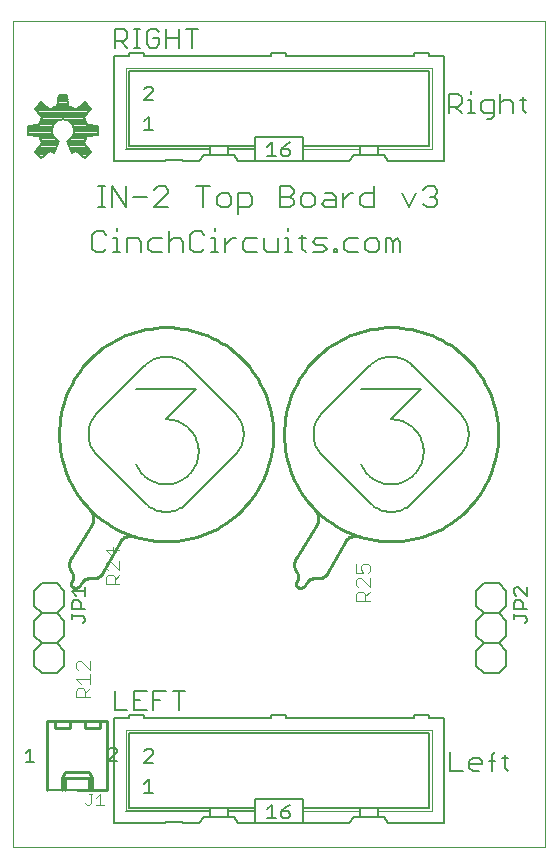
<source format=gto>
G75*
G70*
%OFA0B0*%
%FSLAX24Y24*%
%IPPOS*%
%LPD*%
%AMOC8*
5,1,8,0,0,1.08239X$1,22.5*
%
%ADD10C,0.0000*%
%ADD11C,0.0079*%
%ADD12C,0.0060*%
%ADD13C,0.0050*%
%ADD14C,0.0100*%
%ADD15C,0.0020*%
%ADD16C,0.0070*%
%ADD17C,0.0040*%
D10*
X000192Y000100D02*
X000192Y027659D01*
X017908Y027659D01*
X017908Y000100D01*
X000192Y000100D01*
D11*
X001118Y023067D02*
X000915Y023270D01*
X001157Y023567D01*
X001113Y023646D01*
X001079Y023729D01*
X001054Y023815D01*
X000673Y023854D01*
X000673Y024142D01*
X001054Y024180D01*
X001079Y024266D01*
X001113Y024349D01*
X001157Y024428D01*
X000915Y024725D01*
X001118Y024928D01*
X001415Y024686D01*
X001494Y024730D01*
X001576Y024764D01*
X001663Y024789D01*
X001701Y025170D01*
X001989Y025170D01*
X002028Y024789D01*
X002114Y024764D01*
X002197Y024730D01*
X002276Y024686D01*
X002572Y024928D01*
X002776Y024725D01*
X002534Y024428D01*
X002577Y024349D01*
X002611Y024266D01*
X002636Y024180D01*
X003018Y024142D01*
X003018Y023854D01*
X002636Y023815D01*
X002611Y023729D01*
X002577Y023646D01*
X002534Y023567D01*
X002776Y023270D01*
X002572Y023067D01*
X002276Y023309D01*
X002217Y023276D01*
X002156Y023247D01*
X001987Y023657D01*
X002050Y023691D01*
X002106Y023737D01*
X002152Y023793D01*
X002186Y023856D01*
X002207Y023926D01*
X002214Y023998D01*
X002207Y024070D01*
X002186Y024139D01*
X002152Y024203D01*
X002106Y024259D01*
X002050Y024305D01*
X001987Y024339D01*
X001917Y024360D01*
X001845Y024367D01*
X001773Y024360D01*
X001704Y024339D01*
X001640Y024305D01*
X001584Y024259D01*
X001538Y024203D01*
X001504Y024139D01*
X001483Y024070D01*
X001476Y023998D01*
X001483Y023926D01*
X001504Y023856D01*
X001538Y023793D01*
X001584Y023737D01*
X001640Y023691D01*
X001704Y023657D01*
X001535Y023247D01*
X001473Y023276D01*
X001415Y023309D01*
X001118Y023067D01*
X001067Y023118D02*
X001180Y023118D01*
X001275Y023195D02*
X000990Y023195D01*
X000916Y023272D02*
X001370Y023272D01*
X001481Y023272D02*
X001545Y023272D01*
X001577Y023349D02*
X000979Y023349D01*
X001042Y023427D02*
X001609Y023427D01*
X001641Y023504D02*
X001105Y023504D01*
X001149Y023581D02*
X001673Y023581D01*
X001701Y023658D02*
X001108Y023658D01*
X001077Y023736D02*
X001586Y023736D01*
X001528Y023813D02*
X001055Y023813D01*
X001060Y024199D02*
X001536Y024199D01*
X001499Y024122D02*
X000673Y024122D01*
X000673Y024045D02*
X001481Y024045D01*
X001479Y023967D02*
X000673Y023967D01*
X000673Y023890D02*
X001494Y023890D01*
X001606Y024276D02*
X001083Y024276D01*
X001116Y024353D02*
X001753Y024353D01*
X001938Y024353D02*
X002575Y024353D01*
X002607Y024276D02*
X002085Y024276D01*
X002154Y024199D02*
X002631Y024199D01*
X002536Y024431D02*
X001154Y024431D01*
X001091Y024508D02*
X002599Y024508D01*
X002662Y024585D02*
X001028Y024585D01*
X000965Y024662D02*
X002725Y024662D01*
X002761Y024740D02*
X002341Y024740D01*
X002436Y024817D02*
X002684Y024817D01*
X002607Y024894D02*
X002531Y024894D01*
X002172Y024740D02*
X001518Y024740D01*
X001665Y024817D02*
X002025Y024817D01*
X002017Y024894D02*
X001673Y024894D01*
X001681Y024971D02*
X002009Y024971D01*
X002002Y025049D02*
X001689Y025049D01*
X001697Y025126D02*
X001994Y025126D01*
X001349Y024740D02*
X000929Y024740D01*
X001007Y024817D02*
X001255Y024817D01*
X001160Y024894D02*
X001084Y024894D01*
X001990Y023658D02*
X002582Y023658D01*
X002613Y023736D02*
X002105Y023736D01*
X002163Y023813D02*
X002636Y023813D01*
X002541Y023581D02*
X002018Y023581D01*
X002050Y023504D02*
X002586Y023504D01*
X002649Y023427D02*
X002082Y023427D01*
X002114Y023349D02*
X002712Y023349D01*
X002775Y023272D02*
X002321Y023272D01*
X002209Y023272D02*
X002146Y023272D01*
X002416Y023195D02*
X002700Y023195D01*
X002623Y023118D02*
X002510Y023118D01*
X002196Y023890D02*
X003018Y023890D01*
X003018Y023967D02*
X002211Y023967D01*
X002210Y024045D02*
X003018Y024045D01*
X003018Y024122D02*
X002191Y024122D01*
D12*
X003017Y022130D02*
X003251Y022130D01*
X003134Y022130D02*
X003134Y021429D01*
X003017Y021429D02*
X003251Y021429D01*
X003484Y021429D02*
X003484Y022130D01*
X003951Y021429D01*
X003951Y022130D01*
X004183Y021780D02*
X004650Y021780D01*
X004883Y022013D02*
X005000Y022130D01*
X005233Y022130D01*
X005350Y022013D01*
X005350Y021896D01*
X004883Y021429D01*
X005350Y021429D01*
X005386Y020634D02*
X005386Y019933D01*
X005153Y019933D02*
X004803Y019933D01*
X004686Y020050D01*
X004686Y020283D01*
X004803Y020400D01*
X005153Y020400D01*
X005386Y020283D02*
X005503Y020400D01*
X005736Y020400D01*
X005853Y020283D01*
X005853Y019933D01*
X006086Y020050D02*
X006203Y019933D01*
X006436Y019933D01*
X006553Y020050D01*
X006786Y019933D02*
X007019Y019933D01*
X006902Y019933D02*
X006902Y020400D01*
X006786Y020400D01*
X006553Y020517D02*
X006436Y020634D01*
X006203Y020634D01*
X006086Y020517D01*
X006086Y020050D01*
X006902Y020634D02*
X006902Y020751D01*
X007252Y020400D02*
X007252Y019933D01*
X007252Y020167D02*
X007486Y020400D01*
X007603Y020400D01*
X007835Y020283D02*
X007835Y020050D01*
X007952Y019933D01*
X008302Y019933D01*
X008535Y020050D02*
X008652Y019933D01*
X009002Y019933D01*
X009002Y020400D01*
X009235Y020400D02*
X009352Y020400D01*
X009352Y019933D01*
X009468Y019933D02*
X009235Y019933D01*
X009818Y020050D02*
X009935Y019933D01*
X009818Y020050D02*
X009818Y020517D01*
X009701Y020400D02*
X009935Y020400D01*
X010168Y020283D02*
X010285Y020400D01*
X010635Y020400D01*
X010518Y020167D02*
X010285Y020167D01*
X010168Y020283D01*
X010168Y019933D02*
X010518Y019933D01*
X010635Y020050D01*
X010518Y020167D01*
X010868Y020050D02*
X010868Y019933D01*
X010985Y019933D01*
X010985Y020050D01*
X010868Y020050D01*
X011218Y020050D02*
X011334Y019933D01*
X011685Y019933D01*
X011918Y020050D02*
X011918Y020283D01*
X012034Y020400D01*
X012268Y020400D01*
X012385Y020283D01*
X012385Y020050D01*
X012268Y019933D01*
X012034Y019933D01*
X011918Y020050D01*
X011685Y020400D02*
X011334Y020400D01*
X011218Y020283D01*
X011218Y020050D01*
X011181Y021429D02*
X011181Y021896D01*
X011181Y021663D02*
X011415Y021896D01*
X011532Y021896D01*
X011764Y021780D02*
X011764Y021546D01*
X011881Y021429D01*
X012232Y021429D01*
X012232Y022130D01*
X012232Y021896D02*
X011881Y021896D01*
X011764Y021780D01*
X010949Y021780D02*
X010949Y021429D01*
X010598Y021429D01*
X010482Y021546D01*
X010598Y021663D01*
X010949Y021663D01*
X010949Y021780D02*
X010832Y021896D01*
X010598Y021896D01*
X010249Y021780D02*
X010249Y021546D01*
X010132Y021429D01*
X009898Y021429D01*
X009782Y021546D01*
X009782Y021780D01*
X009898Y021896D01*
X010132Y021896D01*
X010249Y021780D01*
X009549Y021896D02*
X009432Y021780D01*
X009082Y021780D01*
X009082Y022130D02*
X009082Y021429D01*
X009432Y021429D01*
X009549Y021546D01*
X009549Y021663D01*
X009432Y021780D01*
X009549Y021896D02*
X009549Y022013D01*
X009432Y022130D01*
X009082Y022130D01*
X008149Y021780D02*
X008149Y021546D01*
X008033Y021429D01*
X007682Y021429D01*
X007682Y021196D02*
X007682Y021896D01*
X008033Y021896D01*
X008149Y021780D01*
X007450Y021780D02*
X007450Y021546D01*
X007333Y021429D01*
X007099Y021429D01*
X006983Y021546D01*
X006983Y021780D01*
X007099Y021896D01*
X007333Y021896D01*
X007450Y021780D01*
X006750Y022130D02*
X006283Y022130D01*
X006516Y022130D02*
X006516Y021429D01*
X007835Y020283D02*
X007952Y020400D01*
X008302Y020400D01*
X008535Y020400D02*
X008535Y020050D01*
X009352Y020634D02*
X009352Y020751D01*
X012617Y020400D02*
X012617Y019933D01*
X012851Y019933D02*
X012851Y020283D01*
X012968Y020400D01*
X013084Y020283D01*
X013084Y019933D01*
X012851Y020283D02*
X012734Y020400D01*
X012617Y020400D01*
X013398Y021429D02*
X013164Y021896D01*
X013631Y021896D02*
X013398Y021429D01*
X013864Y021546D02*
X013981Y021429D01*
X014214Y021429D01*
X014331Y021546D01*
X014331Y021663D01*
X014214Y021780D01*
X014097Y021780D01*
X014214Y021780D02*
X014331Y021896D01*
X014331Y022013D01*
X014214Y022130D01*
X013981Y022130D01*
X013864Y022013D01*
X014710Y024579D02*
X014710Y025219D01*
X015030Y025219D01*
X015137Y025113D01*
X015137Y024899D01*
X015030Y024792D01*
X014710Y024792D01*
X014923Y024792D02*
X015137Y024579D01*
X015354Y024579D02*
X015568Y024579D01*
X015461Y024579D02*
X015461Y025006D01*
X015354Y025006D01*
X015461Y025219D02*
X015461Y025326D01*
X015784Y024899D02*
X015784Y024686D01*
X015891Y024579D01*
X016211Y024579D01*
X016211Y024472D02*
X016211Y025006D01*
X015891Y025006D01*
X015784Y024899D01*
X015998Y024365D02*
X016104Y024365D01*
X016211Y024472D01*
X016429Y024579D02*
X016429Y025219D01*
X016535Y025006D02*
X016429Y024899D01*
X016535Y025006D02*
X016749Y025006D01*
X016856Y024899D01*
X016856Y024579D01*
X017180Y024686D02*
X017180Y025113D01*
X017073Y025006D02*
X017287Y025006D01*
X017180Y024686D02*
X017287Y024579D01*
X016375Y008899D02*
X015875Y008899D01*
X015625Y008649D01*
X015625Y008149D01*
X015875Y007899D01*
X015625Y007649D01*
X015625Y007149D01*
X015875Y006899D01*
X015625Y006649D01*
X015625Y006149D01*
X015875Y005899D01*
X016375Y005899D01*
X016625Y006149D01*
X016625Y006649D01*
X016375Y006899D01*
X015875Y006899D01*
X016375Y006899D02*
X016625Y007149D01*
X016625Y007649D01*
X016375Y007899D01*
X015875Y007899D01*
X016375Y007899D02*
X016625Y008149D01*
X016625Y008649D01*
X016375Y008899D01*
X016252Y003290D02*
X016145Y003183D01*
X016145Y002650D01*
X016038Y002970D02*
X016252Y002970D01*
X016468Y003077D02*
X016682Y003077D01*
X016575Y003183D02*
X016575Y002756D01*
X016682Y002650D01*
X015821Y002863D02*
X015394Y002863D01*
X015394Y002756D02*
X015394Y002970D01*
X015501Y003077D01*
X015714Y003077D01*
X015821Y002970D01*
X015821Y002863D01*
X015714Y002650D02*
X015501Y002650D01*
X015394Y002756D01*
X015176Y002650D02*
X014749Y002650D01*
X014749Y003290D01*
X004454Y019933D02*
X004454Y020283D01*
X004337Y020400D01*
X003986Y020400D01*
X003986Y019933D01*
X003753Y019933D02*
X003520Y019933D01*
X003637Y019933D02*
X003637Y020400D01*
X003520Y020400D01*
X003287Y020517D02*
X003170Y020634D01*
X002937Y020634D01*
X002820Y020517D01*
X002820Y020050D01*
X002937Y019933D01*
X003170Y019933D01*
X003287Y020050D01*
X003637Y020634D02*
X003637Y020751D01*
X001639Y008899D02*
X001139Y008899D01*
X000889Y008649D01*
X000889Y008149D01*
X001139Y007899D01*
X000889Y007649D01*
X000889Y007149D01*
X001139Y006899D01*
X000889Y006649D01*
X000889Y006149D01*
X001139Y005899D01*
X001639Y005899D01*
X001889Y006149D01*
X001889Y006649D01*
X001639Y006899D01*
X001139Y006899D01*
X001639Y006899D02*
X001889Y007149D01*
X001889Y007649D01*
X001639Y007899D01*
X001139Y007899D01*
X001639Y007899D02*
X001889Y008149D01*
X001889Y008649D01*
X001639Y008899D01*
D13*
X002133Y008644D02*
X002584Y008644D01*
X002584Y008494D02*
X002584Y008794D01*
X002283Y008494D02*
X002133Y008644D01*
X002208Y008334D02*
X002358Y008334D01*
X002433Y008259D01*
X002433Y008033D01*
X002584Y008033D02*
X002133Y008033D01*
X002133Y008259D01*
X002208Y008334D01*
X002133Y007873D02*
X002133Y007723D01*
X002133Y007798D02*
X002509Y007798D01*
X002584Y007723D01*
X002584Y007648D01*
X002509Y007573D01*
X004034Y004501D02*
X004034Y004401D01*
X003534Y004401D01*
X003534Y000901D01*
X005234Y000901D01*
X005234Y000951D01*
X005834Y000951D01*
X005834Y000901D01*
X006384Y000901D01*
X006534Y001101D01*
X006734Y001101D01*
X007334Y001101D01*
X007534Y001101D01*
X007684Y000901D01*
X008234Y000901D01*
X008234Y001301D01*
X007334Y001301D01*
X007334Y001401D01*
X006734Y001401D01*
X004034Y001401D01*
X004034Y003901D01*
X014034Y003901D01*
X014034Y001401D01*
X012334Y001401D01*
X011734Y001401D01*
X009834Y001401D01*
X009834Y001301D01*
X009834Y000901D01*
X008234Y000901D01*
X008234Y001301D02*
X008234Y001401D01*
X007334Y001401D01*
X007334Y001301D02*
X007334Y001101D01*
X006734Y001101D02*
X006734Y001301D01*
X006734Y001401D01*
X006734Y001301D02*
X003934Y001301D01*
X004559Y001926D02*
X004860Y001926D01*
X004709Y001926D02*
X004709Y002377D01*
X004559Y002226D01*
X004559Y002926D02*
X004860Y003226D01*
X004860Y003302D01*
X004784Y003377D01*
X004634Y003377D01*
X004559Y003302D01*
X004559Y002926D02*
X004860Y002926D01*
X004534Y004401D02*
X008784Y004401D01*
X008784Y004501D01*
X009284Y004501D01*
X009284Y004401D01*
X013534Y004401D01*
X013534Y004501D01*
X014034Y004501D01*
X014034Y004401D01*
X014534Y004401D01*
X014534Y000901D01*
X012684Y000901D01*
X012534Y001101D01*
X012334Y001101D01*
X011734Y001101D01*
X011534Y001101D01*
X011384Y000901D01*
X009834Y000901D01*
X009420Y001151D02*
X009345Y001076D01*
X009195Y001076D01*
X009120Y001151D01*
X009120Y001301D01*
X009345Y001301D01*
X009420Y001226D01*
X009420Y001151D01*
X009120Y001301D02*
X009270Y001452D01*
X009420Y001527D01*
X009834Y001401D02*
X009834Y001701D01*
X008234Y001701D01*
X008234Y001401D01*
X008659Y001376D02*
X008809Y001527D01*
X008809Y001076D01*
X008659Y001076D02*
X008960Y001076D01*
X011734Y001101D02*
X011734Y001301D01*
X011734Y001401D01*
X012334Y001401D02*
X012334Y001301D01*
X012334Y001101D01*
X016869Y007723D02*
X016869Y007873D01*
X016869Y007798D02*
X017245Y007798D01*
X017320Y007723D01*
X017320Y007648D01*
X017245Y007573D01*
X017320Y008033D02*
X016869Y008033D01*
X016869Y008259D01*
X016944Y008334D01*
X017095Y008334D01*
X017170Y008259D01*
X017170Y008033D01*
X017320Y008494D02*
X017020Y008794D01*
X016944Y008794D01*
X016869Y008719D01*
X016869Y008569D01*
X016944Y008494D01*
X017320Y008494D02*
X017320Y008794D01*
X013493Y011575D02*
X015079Y013161D01*
X015121Y013205D01*
X015159Y013251D01*
X015195Y013300D01*
X015228Y013351D01*
X015257Y013403D01*
X015284Y013458D01*
X015307Y013513D01*
X015327Y013570D01*
X015343Y013629D01*
X015356Y013688D01*
X015365Y013747D01*
X015370Y013808D01*
X015372Y013868D01*
X015370Y013928D01*
X015365Y013989D01*
X015356Y014048D01*
X015343Y014107D01*
X015327Y014166D01*
X015307Y014223D01*
X015284Y014278D01*
X015257Y014333D01*
X015228Y014385D01*
X015195Y014436D01*
X015159Y014485D01*
X015121Y014531D01*
X015079Y014575D01*
X013493Y016161D01*
X013786Y015368D02*
X012786Y014368D01*
X012786Y014367D02*
X012851Y014365D01*
X012916Y014359D01*
X012980Y014350D01*
X013043Y014336D01*
X013106Y014319D01*
X013167Y014298D01*
X013227Y014273D01*
X013286Y014245D01*
X013343Y014213D01*
X013397Y014178D01*
X013450Y014140D01*
X013500Y014098D01*
X013547Y014054D01*
X013592Y014007D01*
X013634Y013958D01*
X013673Y013906D01*
X013709Y013851D01*
X013741Y013795D01*
X013770Y013737D01*
X013795Y013677D01*
X013817Y013616D01*
X013835Y013554D01*
X013849Y013490D01*
X013860Y013426D01*
X013866Y013362D01*
X013869Y013297D01*
X013868Y013232D01*
X013863Y013167D01*
X013854Y013103D01*
X013841Y013039D01*
X013824Y012976D01*
X013804Y012915D01*
X013780Y012854D01*
X013753Y012795D01*
X013721Y012738D01*
X013687Y012683D01*
X013649Y012630D01*
X013609Y012580D01*
X013565Y012532D01*
X013519Y012486D01*
X013469Y012444D01*
X013418Y012404D01*
X013364Y012368D01*
X013308Y012335D01*
X013250Y012306D01*
X013191Y012280D01*
X013130Y012257D01*
X013068Y012238D01*
X013005Y012223D01*
X012941Y012212D01*
X012876Y012205D01*
X012811Y012201D01*
X012746Y012202D01*
X012682Y012206D01*
X012617Y012214D01*
X012553Y012226D01*
X012490Y012242D01*
X012428Y012262D01*
X012368Y012285D01*
X012309Y012312D01*
X012251Y012342D01*
X012196Y012376D01*
X012142Y012413D01*
X012091Y012453D01*
X012043Y012496D01*
X011997Y012542D01*
X011954Y012591D01*
X011914Y012642D01*
X011877Y012695D01*
X011843Y012751D01*
X011813Y012808D01*
X011786Y012867D01*
X010493Y013161D02*
X010451Y013205D01*
X010413Y013251D01*
X010377Y013300D01*
X010344Y013351D01*
X010315Y013403D01*
X010288Y013458D01*
X010265Y013513D01*
X010245Y013570D01*
X010229Y013629D01*
X010216Y013688D01*
X010207Y013747D01*
X010202Y013808D01*
X010200Y013868D01*
X010202Y013928D01*
X010207Y013989D01*
X010216Y014048D01*
X010229Y014107D01*
X010245Y014166D01*
X010265Y014223D01*
X010288Y014278D01*
X010315Y014333D01*
X010344Y014385D01*
X010377Y014436D01*
X010413Y014485D01*
X010451Y014531D01*
X010493Y014575D01*
X012079Y016161D01*
X011786Y015368D02*
X013786Y015368D01*
X013493Y016160D02*
X013449Y016202D01*
X013403Y016240D01*
X013354Y016276D01*
X013303Y016309D01*
X013251Y016338D01*
X013196Y016365D01*
X013141Y016388D01*
X013084Y016408D01*
X013025Y016424D01*
X012966Y016437D01*
X012907Y016446D01*
X012846Y016451D01*
X012786Y016453D01*
X012726Y016451D01*
X012665Y016446D01*
X012606Y016437D01*
X012547Y016424D01*
X012488Y016408D01*
X012431Y016388D01*
X012376Y016365D01*
X012321Y016338D01*
X012269Y016309D01*
X012218Y016276D01*
X012169Y016240D01*
X012123Y016202D01*
X012079Y016160D01*
X010493Y013161D02*
X012079Y011575D01*
X012123Y011533D01*
X012169Y011495D01*
X012218Y011459D01*
X012269Y011426D01*
X012321Y011397D01*
X012376Y011370D01*
X012431Y011347D01*
X012488Y011327D01*
X012547Y011311D01*
X012606Y011298D01*
X012665Y011289D01*
X012726Y011284D01*
X012786Y011282D01*
X012846Y011284D01*
X012907Y011289D01*
X012966Y011298D01*
X013025Y011311D01*
X013084Y011327D01*
X013141Y011347D01*
X013196Y011370D01*
X013251Y011397D01*
X013303Y011426D01*
X013354Y011459D01*
X013403Y011495D01*
X013449Y011533D01*
X013493Y011575D01*
X007579Y013161D02*
X005993Y011575D01*
X005949Y011533D01*
X005903Y011495D01*
X005854Y011459D01*
X005803Y011426D01*
X005751Y011397D01*
X005696Y011370D01*
X005641Y011347D01*
X005584Y011327D01*
X005525Y011311D01*
X005466Y011298D01*
X005407Y011289D01*
X005346Y011284D01*
X005286Y011282D01*
X005226Y011284D01*
X005165Y011289D01*
X005106Y011298D01*
X005047Y011311D01*
X004988Y011327D01*
X004931Y011347D01*
X004876Y011370D01*
X004821Y011397D01*
X004769Y011426D01*
X004718Y011459D01*
X004669Y011495D01*
X004623Y011533D01*
X004579Y011575D01*
X002993Y013161D01*
X002951Y013205D01*
X002913Y013251D01*
X002877Y013300D01*
X002844Y013351D01*
X002815Y013403D01*
X002788Y013458D01*
X002765Y013513D01*
X002745Y013570D01*
X002729Y013629D01*
X002716Y013688D01*
X002707Y013747D01*
X002702Y013808D01*
X002700Y013868D01*
X002702Y013928D01*
X002707Y013989D01*
X002716Y014048D01*
X002729Y014107D01*
X002745Y014166D01*
X002765Y014223D01*
X002788Y014278D01*
X002815Y014333D01*
X002844Y014385D01*
X002877Y014436D01*
X002913Y014485D01*
X002951Y014531D01*
X002993Y014575D01*
X004579Y016161D01*
X004286Y015368D02*
X006286Y015368D01*
X005286Y014368D01*
X005286Y014367D02*
X005351Y014365D01*
X005416Y014359D01*
X005480Y014350D01*
X005543Y014336D01*
X005606Y014319D01*
X005667Y014298D01*
X005727Y014273D01*
X005786Y014245D01*
X005843Y014213D01*
X005897Y014178D01*
X005950Y014140D01*
X006000Y014098D01*
X006047Y014054D01*
X006092Y014007D01*
X006134Y013958D01*
X006173Y013906D01*
X006209Y013851D01*
X006241Y013795D01*
X006270Y013737D01*
X006295Y013677D01*
X006317Y013616D01*
X006335Y013554D01*
X006349Y013490D01*
X006360Y013426D01*
X006366Y013362D01*
X006369Y013297D01*
X006368Y013232D01*
X006363Y013167D01*
X006354Y013103D01*
X006341Y013039D01*
X006324Y012976D01*
X006304Y012915D01*
X006280Y012854D01*
X006253Y012795D01*
X006221Y012738D01*
X006187Y012683D01*
X006149Y012630D01*
X006109Y012580D01*
X006065Y012532D01*
X006019Y012486D01*
X005969Y012444D01*
X005918Y012404D01*
X005864Y012368D01*
X005808Y012335D01*
X005750Y012306D01*
X005691Y012280D01*
X005630Y012257D01*
X005568Y012238D01*
X005505Y012223D01*
X005441Y012212D01*
X005376Y012205D01*
X005311Y012201D01*
X005246Y012202D01*
X005182Y012206D01*
X005117Y012214D01*
X005053Y012226D01*
X004990Y012242D01*
X004928Y012262D01*
X004868Y012285D01*
X004809Y012312D01*
X004751Y012342D01*
X004696Y012376D01*
X004642Y012413D01*
X004591Y012453D01*
X004543Y012496D01*
X004497Y012542D01*
X004454Y012591D01*
X004414Y012642D01*
X004377Y012695D01*
X004343Y012751D01*
X004313Y012808D01*
X004286Y012867D01*
X004579Y016160D02*
X004623Y016202D01*
X004669Y016240D01*
X004718Y016276D01*
X004769Y016309D01*
X004821Y016338D01*
X004876Y016365D01*
X004931Y016388D01*
X004988Y016408D01*
X005047Y016424D01*
X005106Y016437D01*
X005165Y016446D01*
X005226Y016451D01*
X005286Y016453D01*
X005346Y016451D01*
X005407Y016446D01*
X005466Y016437D01*
X005525Y016424D01*
X005584Y016408D01*
X005641Y016388D01*
X005696Y016365D01*
X005751Y016338D01*
X005803Y016309D01*
X005854Y016276D01*
X005903Y016240D01*
X005949Y016202D01*
X005993Y016160D01*
X005993Y016161D02*
X007579Y014575D01*
X007621Y014531D01*
X007659Y014485D01*
X007695Y014436D01*
X007728Y014385D01*
X007757Y014333D01*
X007784Y014278D01*
X007807Y014223D01*
X007827Y014166D01*
X007843Y014107D01*
X007856Y014048D01*
X007865Y013989D01*
X007870Y013928D01*
X007872Y013868D01*
X007870Y013808D01*
X007865Y013747D01*
X007856Y013688D01*
X007843Y013629D01*
X007827Y013570D01*
X007807Y013513D01*
X007784Y013458D01*
X007757Y013403D01*
X007728Y013351D01*
X007695Y013300D01*
X007659Y013251D01*
X007621Y013205D01*
X007579Y013161D01*
X004534Y004501D02*
X004034Y004501D01*
X004534Y004501D02*
X004534Y004401D01*
X003218Y004321D02*
X003068Y004321D01*
X002318Y004321D02*
X002068Y004321D01*
X001568Y004321D02*
X001318Y004321D01*
X001318Y002021D02*
X002318Y002021D01*
X002718Y002021D02*
X002818Y002021D01*
X002818Y002171D01*
X003534Y022972D02*
X005234Y022972D01*
X005234Y023022D01*
X005834Y023022D01*
X005834Y022972D01*
X006384Y022972D01*
X006534Y023172D01*
X006734Y023172D01*
X007334Y023172D01*
X007534Y023172D01*
X007684Y022972D01*
X008234Y022972D01*
X008234Y023372D01*
X007334Y023372D01*
X007334Y023472D01*
X006734Y023472D01*
X004034Y023472D01*
X004034Y025972D01*
X014034Y025972D01*
X014034Y023472D01*
X012334Y023472D01*
X011734Y023472D01*
X009834Y023472D01*
X009834Y023372D01*
X009834Y022972D01*
X008234Y022972D01*
X008234Y023372D02*
X008234Y023472D01*
X007334Y023472D01*
X007334Y023372D02*
X007334Y023172D01*
X006734Y023172D02*
X006734Y023372D01*
X006734Y023472D01*
X006734Y023372D02*
X003934Y023372D01*
X003534Y022972D02*
X003534Y026472D01*
X004034Y026472D01*
X004034Y026572D01*
X004534Y026572D01*
X004534Y026472D01*
X008784Y026472D01*
X008784Y026572D01*
X009284Y026572D01*
X009284Y026472D01*
X013534Y026472D01*
X013534Y026572D01*
X014034Y026572D01*
X014034Y026472D01*
X014534Y026472D01*
X014534Y022972D01*
X012684Y022972D01*
X012534Y023172D01*
X012334Y023172D01*
X011734Y023172D01*
X011534Y023172D01*
X011384Y022972D01*
X009834Y022972D01*
X009420Y023222D02*
X009420Y023297D01*
X009345Y023372D01*
X009120Y023372D01*
X009120Y023222D01*
X009195Y023147D01*
X009345Y023147D01*
X009420Y023222D01*
X009270Y023522D02*
X009120Y023372D01*
X009270Y023522D02*
X009420Y023597D01*
X009834Y023472D02*
X009834Y023772D01*
X008234Y023772D01*
X008234Y023472D01*
X008659Y023447D02*
X008809Y023597D01*
X008809Y023147D01*
X008659Y023147D02*
X008960Y023147D01*
X011734Y023172D02*
X011734Y023372D01*
X011734Y023472D01*
X012334Y023472D02*
X012334Y023372D01*
X012334Y023172D01*
X004860Y023997D02*
X004559Y023997D01*
X004709Y023997D02*
X004709Y024447D01*
X004559Y024297D01*
X004559Y024997D02*
X004860Y025297D01*
X004860Y025372D01*
X004784Y025447D01*
X004634Y025447D01*
X004559Y025372D01*
X004559Y024997D02*
X004860Y024997D01*
D14*
X001721Y013868D02*
X001725Y014043D01*
X001738Y014217D01*
X001760Y014391D01*
X001790Y014563D01*
X001828Y014734D01*
X001875Y014903D01*
X001929Y015069D01*
X001992Y015232D01*
X002063Y015392D01*
X002142Y015549D01*
X002228Y015701D01*
X002322Y015849D01*
X002423Y015992D01*
X002530Y016130D01*
X002645Y016262D01*
X002765Y016389D01*
X002892Y016509D01*
X003024Y016624D01*
X003162Y016731D01*
X003305Y016832D01*
X003453Y016926D01*
X003605Y017012D01*
X003762Y017091D01*
X003922Y017162D01*
X004085Y017225D01*
X004251Y017279D01*
X004420Y017326D01*
X004591Y017364D01*
X004763Y017394D01*
X004937Y017416D01*
X005111Y017429D01*
X005286Y017433D01*
X005461Y017429D01*
X005635Y017416D01*
X005809Y017394D01*
X005981Y017364D01*
X006152Y017326D01*
X006321Y017279D01*
X006487Y017225D01*
X006650Y017162D01*
X006810Y017091D01*
X006967Y017012D01*
X007119Y016926D01*
X007267Y016832D01*
X007410Y016731D01*
X007548Y016624D01*
X007680Y016509D01*
X007807Y016389D01*
X007927Y016262D01*
X008042Y016130D01*
X008149Y015992D01*
X008250Y015849D01*
X008344Y015701D01*
X008430Y015549D01*
X008509Y015392D01*
X008580Y015232D01*
X008643Y015069D01*
X008697Y014903D01*
X008744Y014734D01*
X008782Y014563D01*
X008812Y014391D01*
X008834Y014217D01*
X008847Y014043D01*
X008851Y013868D01*
X008847Y013693D01*
X008834Y013519D01*
X008812Y013345D01*
X008782Y013173D01*
X008744Y013002D01*
X008697Y012833D01*
X008643Y012667D01*
X008580Y012504D01*
X008509Y012344D01*
X008430Y012187D01*
X008344Y012035D01*
X008250Y011887D01*
X008149Y011744D01*
X008042Y011606D01*
X007927Y011474D01*
X007807Y011347D01*
X007680Y011227D01*
X007548Y011112D01*
X007410Y011005D01*
X007267Y010904D01*
X007119Y010810D01*
X006967Y010724D01*
X006810Y010645D01*
X006650Y010574D01*
X006487Y010511D01*
X006321Y010457D01*
X006152Y010410D01*
X005981Y010372D01*
X005809Y010342D01*
X005635Y010320D01*
X005461Y010307D01*
X005286Y010303D01*
X005111Y010307D01*
X004937Y010320D01*
X004763Y010342D01*
X004591Y010372D01*
X004420Y010410D01*
X004251Y010457D01*
X004085Y010511D01*
X003922Y010574D01*
X003762Y010645D01*
X003605Y010724D01*
X003453Y010810D01*
X003305Y010904D01*
X003162Y011005D01*
X003024Y011112D01*
X002892Y011227D01*
X002765Y011347D01*
X002645Y011474D01*
X002530Y011606D01*
X002423Y011744D01*
X002322Y011887D01*
X002228Y012035D01*
X002142Y012187D01*
X002063Y012344D01*
X001992Y012504D01*
X001929Y012667D01*
X001875Y012833D01*
X001828Y013002D01*
X001790Y013173D01*
X001760Y013345D01*
X001738Y013519D01*
X001725Y013693D01*
X001721Y013868D01*
X002736Y011367D02*
X002763Y011334D01*
X002787Y011299D01*
X002807Y011262D01*
X002824Y011224D01*
X002838Y011184D01*
X002847Y011142D01*
X002853Y011101D01*
X002855Y011058D01*
X002853Y011016D01*
X002847Y010974D01*
X002837Y010933D01*
X002824Y010893D01*
X002807Y010854D01*
X002786Y010817D01*
X002786Y010818D02*
X002136Y009768D01*
X002114Y009737D01*
X002095Y009703D01*
X002079Y009668D01*
X002066Y009632D01*
X002057Y009594D01*
X002052Y009556D01*
X002050Y009518D01*
X002052Y009480D01*
X002057Y009442D01*
X002066Y009404D01*
X002079Y009368D01*
X002095Y009333D01*
X002114Y009299D01*
X002136Y009268D01*
X002153Y009244D01*
X002167Y009218D01*
X002177Y009190D01*
X002184Y009162D01*
X002188Y009133D01*
X002188Y009103D01*
X002184Y009074D01*
X002177Y009046D01*
X002167Y009018D01*
X002153Y008992D01*
X002136Y008968D01*
X002186Y008768D02*
X002209Y008760D01*
X002234Y008754D01*
X002259Y008752D01*
X002283Y008753D01*
X002308Y008758D01*
X002332Y008765D01*
X002354Y008776D01*
X002375Y008790D01*
X002394Y008806D01*
X002411Y008825D01*
X002425Y008846D01*
X002436Y008868D01*
X002186Y008767D02*
X002167Y008778D01*
X002150Y008791D01*
X002135Y008807D01*
X002124Y008825D01*
X002115Y008845D01*
X002110Y008866D01*
X002108Y008887D01*
X002110Y008909D01*
X002115Y008930D01*
X002124Y008950D01*
X002136Y008968D01*
X002436Y008868D02*
X002450Y008898D01*
X002468Y008926D01*
X002488Y008953D01*
X002510Y008978D01*
X002535Y009000D01*
X002562Y009019D01*
X002591Y009036D01*
X002622Y009049D01*
X002654Y009059D01*
X002686Y009067D01*
X002719Y009070D01*
X002753Y009071D01*
X002786Y009068D01*
X002786Y009067D02*
X002822Y009063D01*
X002859Y009063D01*
X002895Y009067D01*
X002931Y009073D01*
X002967Y009084D01*
X003001Y009097D01*
X003033Y009113D01*
X003064Y009133D01*
X003094Y009155D01*
X003121Y009179D01*
X003145Y009207D01*
X003167Y009236D01*
X003186Y009267D01*
X003186Y009268D02*
X003736Y010268D01*
X003736Y010267D02*
X003757Y010300D01*
X003780Y010332D01*
X003806Y010361D01*
X003834Y010387D01*
X003865Y010411D01*
X003898Y010431D01*
X003933Y010449D01*
X003969Y010463D01*
X004006Y010475D01*
X004044Y010482D01*
X004083Y010486D01*
X004122Y010487D01*
X004160Y010484D01*
X004199Y010477D01*
X004236Y010467D01*
X003318Y004321D02*
X002318Y004321D01*
X002568Y004321D02*
X002568Y004071D01*
X003068Y004071D01*
X003068Y004321D01*
X003318Y004321D01*
X003318Y003171D01*
X003318Y002021D01*
X002818Y002021D01*
X002818Y002421D01*
X002718Y002621D01*
X001918Y002621D01*
X001818Y002421D01*
X001818Y002021D01*
X001918Y002021D02*
X001918Y002421D01*
X001818Y002421D01*
X001918Y002421D02*
X002718Y002421D01*
X002718Y002021D01*
X002818Y002021D02*
X002318Y002021D01*
X002718Y002421D02*
X002818Y002421D01*
X002068Y004071D02*
X001568Y004071D01*
X001568Y004321D01*
X001318Y004321D01*
X001318Y003171D01*
X001318Y002021D01*
X002068Y004071D02*
X002068Y004321D01*
X002568Y004321D01*
X002068Y004321D02*
X001568Y004321D01*
X009636Y008968D02*
X009653Y008992D01*
X009667Y009018D01*
X009677Y009046D01*
X009684Y009074D01*
X009688Y009103D01*
X009688Y009133D01*
X009684Y009162D01*
X009677Y009190D01*
X009667Y009218D01*
X009653Y009244D01*
X009636Y009268D01*
X009936Y008868D02*
X009925Y008846D01*
X009911Y008825D01*
X009894Y008806D01*
X009875Y008790D01*
X009854Y008776D01*
X009832Y008765D01*
X009808Y008758D01*
X009783Y008753D01*
X009759Y008752D01*
X009734Y008754D01*
X009709Y008760D01*
X009686Y008768D01*
X009686Y008767D02*
X009667Y008778D01*
X009650Y008791D01*
X009635Y008807D01*
X009624Y008825D01*
X009615Y008845D01*
X009610Y008866D01*
X009608Y008887D01*
X009610Y008909D01*
X009615Y008930D01*
X009624Y008950D01*
X009636Y008968D01*
X009636Y009268D02*
X009614Y009299D01*
X009595Y009333D01*
X009579Y009368D01*
X009566Y009404D01*
X009557Y009442D01*
X009552Y009480D01*
X009550Y009518D01*
X009552Y009556D01*
X009557Y009594D01*
X009566Y009632D01*
X009579Y009668D01*
X009595Y009703D01*
X009614Y009737D01*
X009636Y009768D01*
X010286Y010818D01*
X010286Y010817D02*
X010307Y010854D01*
X010324Y010893D01*
X010337Y010933D01*
X010347Y010974D01*
X010353Y011016D01*
X010355Y011058D01*
X010353Y011101D01*
X010347Y011142D01*
X010338Y011184D01*
X010324Y011224D01*
X010307Y011262D01*
X010287Y011299D01*
X010263Y011334D01*
X010236Y011367D01*
X011236Y010268D02*
X010686Y009268D01*
X010686Y009267D02*
X010667Y009236D01*
X010645Y009207D01*
X010621Y009179D01*
X010594Y009155D01*
X010564Y009133D01*
X010533Y009113D01*
X010501Y009097D01*
X010467Y009084D01*
X010431Y009073D01*
X010395Y009067D01*
X010359Y009063D01*
X010322Y009063D01*
X010286Y009067D01*
X010286Y009068D02*
X010253Y009071D01*
X010219Y009070D01*
X010186Y009067D01*
X010154Y009059D01*
X010122Y009049D01*
X010091Y009036D01*
X010062Y009019D01*
X010035Y009000D01*
X010010Y008978D01*
X009988Y008953D01*
X009968Y008926D01*
X009950Y008898D01*
X009936Y008868D01*
X011236Y010267D02*
X011257Y010300D01*
X011280Y010332D01*
X011306Y010361D01*
X011334Y010387D01*
X011365Y010411D01*
X011398Y010431D01*
X011433Y010449D01*
X011469Y010463D01*
X011506Y010475D01*
X011544Y010482D01*
X011583Y010486D01*
X011622Y010487D01*
X011660Y010484D01*
X011699Y010477D01*
X011736Y010467D01*
X009221Y013868D02*
X009225Y014043D01*
X009238Y014217D01*
X009260Y014391D01*
X009290Y014563D01*
X009328Y014734D01*
X009375Y014903D01*
X009429Y015069D01*
X009492Y015232D01*
X009563Y015392D01*
X009642Y015549D01*
X009728Y015701D01*
X009822Y015849D01*
X009923Y015992D01*
X010030Y016130D01*
X010145Y016262D01*
X010265Y016389D01*
X010392Y016509D01*
X010524Y016624D01*
X010662Y016731D01*
X010805Y016832D01*
X010953Y016926D01*
X011105Y017012D01*
X011262Y017091D01*
X011422Y017162D01*
X011585Y017225D01*
X011751Y017279D01*
X011920Y017326D01*
X012091Y017364D01*
X012263Y017394D01*
X012437Y017416D01*
X012611Y017429D01*
X012786Y017433D01*
X012961Y017429D01*
X013135Y017416D01*
X013309Y017394D01*
X013481Y017364D01*
X013652Y017326D01*
X013821Y017279D01*
X013987Y017225D01*
X014150Y017162D01*
X014310Y017091D01*
X014467Y017012D01*
X014619Y016926D01*
X014767Y016832D01*
X014910Y016731D01*
X015048Y016624D01*
X015180Y016509D01*
X015307Y016389D01*
X015427Y016262D01*
X015542Y016130D01*
X015649Y015992D01*
X015750Y015849D01*
X015844Y015701D01*
X015930Y015549D01*
X016009Y015392D01*
X016080Y015232D01*
X016143Y015069D01*
X016197Y014903D01*
X016244Y014734D01*
X016282Y014563D01*
X016312Y014391D01*
X016334Y014217D01*
X016347Y014043D01*
X016351Y013868D01*
X016347Y013693D01*
X016334Y013519D01*
X016312Y013345D01*
X016282Y013173D01*
X016244Y013002D01*
X016197Y012833D01*
X016143Y012667D01*
X016080Y012504D01*
X016009Y012344D01*
X015930Y012187D01*
X015844Y012035D01*
X015750Y011887D01*
X015649Y011744D01*
X015542Y011606D01*
X015427Y011474D01*
X015307Y011347D01*
X015180Y011227D01*
X015048Y011112D01*
X014910Y011005D01*
X014767Y010904D01*
X014619Y010810D01*
X014467Y010724D01*
X014310Y010645D01*
X014150Y010574D01*
X013987Y010511D01*
X013821Y010457D01*
X013652Y010410D01*
X013481Y010372D01*
X013309Y010342D01*
X013135Y010320D01*
X012961Y010307D01*
X012786Y010303D01*
X012611Y010307D01*
X012437Y010320D01*
X012263Y010342D01*
X012091Y010372D01*
X011920Y010410D01*
X011751Y010457D01*
X011585Y010511D01*
X011422Y010574D01*
X011262Y010645D01*
X011105Y010724D01*
X010953Y010810D01*
X010805Y010904D01*
X010662Y011005D01*
X010524Y011112D01*
X010392Y011227D01*
X010265Y011347D01*
X010145Y011474D01*
X010030Y011606D01*
X009923Y011744D01*
X009822Y011887D01*
X009728Y012035D01*
X009642Y012187D01*
X009563Y012344D01*
X009492Y012504D01*
X009429Y012667D01*
X009375Y012833D01*
X009328Y013002D01*
X009290Y013173D01*
X009260Y013345D01*
X009238Y013519D01*
X009225Y013693D01*
X009221Y013868D01*
D15*
X009834Y023372D02*
X011734Y023372D01*
X012334Y023372D02*
X014134Y023372D01*
X014134Y026072D01*
X003934Y026072D01*
X003934Y023372D01*
X003934Y004001D02*
X003934Y001301D01*
X003934Y004001D02*
X014134Y004001D01*
X014134Y001301D01*
X012334Y001301D01*
X011734Y001301D02*
X009834Y001301D01*
D16*
X005923Y005317D02*
X005503Y005317D01*
X005713Y005317D02*
X005713Y004686D01*
X005069Y005001D02*
X004858Y005001D01*
X004858Y004686D02*
X004858Y005317D01*
X005279Y005317D01*
X004634Y005317D02*
X004214Y005317D01*
X004214Y004686D01*
X004634Y004686D01*
X004424Y005001D02*
X004214Y005001D01*
X003990Y004686D02*
X003569Y004686D01*
X003569Y005317D01*
X003568Y003407D02*
X003425Y003407D01*
X003353Y003335D01*
X003568Y003407D02*
X003640Y003335D01*
X003640Y003263D01*
X003353Y002976D01*
X003640Y002976D01*
X000890Y002946D02*
X000603Y002946D01*
X000746Y002946D02*
X000746Y003377D01*
X000603Y003233D01*
X003569Y026757D02*
X003569Y027388D01*
X003885Y027388D01*
X003990Y027282D01*
X003990Y027072D01*
X003885Y026967D01*
X003569Y026967D01*
X003779Y026967D02*
X003990Y026757D01*
X004214Y026757D02*
X004424Y026757D01*
X004319Y026757D02*
X004319Y027388D01*
X004214Y027388D02*
X004424Y027388D01*
X004644Y027282D02*
X004644Y026862D01*
X004749Y026757D01*
X004959Y026757D01*
X005064Y026862D01*
X005064Y027072D01*
X004854Y027072D01*
X005064Y027282D02*
X004959Y027388D01*
X004749Y027388D01*
X004644Y027282D01*
X005288Y027388D02*
X005288Y026757D01*
X005288Y027072D02*
X005708Y027072D01*
X005708Y026757D02*
X005708Y027388D01*
X005933Y027388D02*
X006353Y027388D01*
X006143Y027388D02*
X006143Y026757D01*
D17*
X003499Y010101D02*
X003499Y009794D01*
X003269Y010024D01*
X003729Y010024D01*
X003729Y009641D02*
X003729Y009334D01*
X003422Y009641D01*
X003346Y009641D01*
X003269Y009564D01*
X003269Y009411D01*
X003346Y009334D01*
X003346Y009180D02*
X003499Y009180D01*
X003576Y009104D01*
X003576Y008873D01*
X003729Y008873D02*
X003269Y008873D01*
X003269Y009104D01*
X003346Y009180D01*
X003576Y009027D02*
X003729Y009180D01*
X002744Y006323D02*
X002744Y006016D01*
X002437Y006323D01*
X002361Y006323D01*
X002284Y006247D01*
X002284Y006093D01*
X002361Y006016D01*
X002284Y005709D02*
X002744Y005709D01*
X002744Y005556D02*
X002744Y005863D01*
X002437Y005556D02*
X002284Y005709D01*
X002361Y005403D02*
X002514Y005403D01*
X002591Y005326D01*
X002591Y005096D01*
X002591Y005249D02*
X002744Y005403D01*
X002744Y005096D02*
X002284Y005096D01*
X002284Y005326D01*
X002361Y005403D01*
X002711Y001862D02*
X002831Y001862D01*
X002771Y001862D02*
X002771Y001562D01*
X002711Y001501D01*
X002651Y001501D01*
X002590Y001562D01*
X002959Y001501D02*
X003199Y001501D01*
X003079Y001501D02*
X003079Y001862D01*
X002959Y001742D01*
X011615Y008314D02*
X011615Y008545D01*
X011692Y008621D01*
X011845Y008621D01*
X011922Y008545D01*
X011922Y008314D01*
X012076Y008314D02*
X011615Y008314D01*
X011922Y008468D02*
X012076Y008621D01*
X012076Y008775D02*
X012076Y009082D01*
X011999Y009235D02*
X012076Y009312D01*
X012076Y009465D01*
X011999Y009542D01*
X011845Y009542D01*
X011769Y009465D01*
X011769Y009389D01*
X011845Y009235D01*
X011615Y009235D01*
X011615Y009542D01*
X011692Y009082D02*
X011615Y009005D01*
X011615Y008852D01*
X011692Y008775D01*
X011692Y009082D02*
X011769Y009082D01*
X012076Y008775D01*
M02*

</source>
